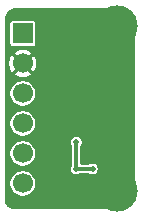
<source format=gbr>
%TF.GenerationSoftware,KiCad,Pcbnew,9.0.4*%
%TF.CreationDate,2025-09-17T09:18:14+02:00*%
%TF.ProjectId,vl53l0_breakout,766c3533-6c30-45f6-9272-65616b6f7574,rev?*%
%TF.SameCoordinates,Original*%
%TF.FileFunction,Copper,L2,Bot*%
%TF.FilePolarity,Positive*%
%FSLAX46Y46*%
G04 Gerber Fmt 4.6, Leading zero omitted, Abs format (unit mm)*
G04 Created by KiCad (PCBNEW 9.0.4) date 2025-09-17 09:18:14*
%MOMM*%
%LPD*%
G01*
G04 APERTURE LIST*
%TA.AperFunction,ComponentPad*%
%ADD10R,1.700000X1.700000*%
%TD*%
%TA.AperFunction,ComponentPad*%
%ADD11C,1.700000*%
%TD*%
%TA.AperFunction,ComponentPad*%
%ADD12C,3.500000*%
%TD*%
%TA.AperFunction,ViaPad*%
%ADD13C,0.500000*%
%TD*%
%TA.AperFunction,Conductor*%
%ADD14C,0.300000*%
%TD*%
G04 APERTURE END LIST*
D10*
%TO.P,J1,1,Pin_1*%
%TO.N,+3.3V*%
X143000000Y-67650000D03*
D11*
%TO.P,J1,2,Pin_2*%
%TO.N,GND*%
X143000000Y-70190000D03*
%TO.P,J1,3,Pin_3*%
%TO.N,/I2C_SCL*%
X143000000Y-72730000D03*
%TO.P,J1,4,Pin_4*%
%TO.N,/I2C_SDA*%
X143000000Y-75270000D03*
%TO.P,J1,5,Pin_5*%
%TO.N,/GPIO1*%
X143000000Y-77810000D03*
%TO.P,J1,6,Pin_6*%
%TO.N,/XSHUT*%
X143000000Y-80350000D03*
%TD*%
D12*
%TO.P,H1,1,1*%
%TO.N,GND*%
X151000000Y-67000000D03*
%TD*%
%TO.P,H2,1,1*%
%TO.N,GND*%
X151000000Y-81000000D03*
%TD*%
D13*
%TO.N,GND*%
X146500000Y-69675000D03*
X150100000Y-73100000D03*
X150300000Y-70500000D03*
X150200000Y-75000000D03*
%TO.N,+3.3V*%
X148900000Y-79100000D03*
X147530829Y-76842000D03*
X147526000Y-79100000D03*
%TD*%
D14*
%TO.N,+3.3V*%
X147530829Y-76842000D02*
X147526000Y-76846829D01*
X148900000Y-79100000D02*
X147526000Y-79100000D01*
X147526000Y-76846829D02*
X147526000Y-79100000D01*
%TD*%
%TA.AperFunction,Conductor*%
%TO.N,GND*%
G36*
X151003522Y-65500752D02*
G01*
X151028505Y-65502538D01*
X151206345Y-65515258D01*
X151220308Y-65517265D01*
X151415549Y-65559737D01*
X151429088Y-65563713D01*
X151616292Y-65633537D01*
X151629118Y-65639394D01*
X151804476Y-65735146D01*
X151816356Y-65742781D01*
X151976294Y-65862509D01*
X151986966Y-65871756D01*
X152128243Y-66013033D01*
X152137493Y-66023709D01*
X152257218Y-66183643D01*
X152264854Y-66195525D01*
X152360602Y-66370875D01*
X152366466Y-66383715D01*
X152436284Y-66570904D01*
X152440264Y-66584457D01*
X152482732Y-66779681D01*
X152484742Y-66793662D01*
X152499248Y-66996476D01*
X152499500Y-67003539D01*
X152499500Y-80996460D01*
X152499248Y-81003523D01*
X152484742Y-81206337D01*
X152482732Y-81220318D01*
X152440264Y-81415542D01*
X152436284Y-81429095D01*
X152366466Y-81616284D01*
X152360598Y-81629133D01*
X152264854Y-81804474D01*
X152257218Y-81816356D01*
X152137493Y-81976290D01*
X152128243Y-81986966D01*
X151986966Y-82128243D01*
X151976290Y-82137493D01*
X151816356Y-82257218D01*
X151804474Y-82264854D01*
X151629133Y-82360598D01*
X151616284Y-82366466D01*
X151429095Y-82436284D01*
X151415542Y-82440264D01*
X151220318Y-82482732D01*
X151206337Y-82484742D01*
X151003523Y-82499248D01*
X150996460Y-82499500D01*
X142204861Y-82499500D01*
X142195157Y-82499023D01*
X142073237Y-82487014D01*
X142054203Y-82483228D01*
X141941645Y-82449084D01*
X141923714Y-82441657D01*
X141819977Y-82386208D01*
X141803841Y-82375426D01*
X141712916Y-82300806D01*
X141699193Y-82287083D01*
X141624573Y-82196158D01*
X141613791Y-82180022D01*
X141558342Y-82076285D01*
X141550915Y-82058354D01*
X141529260Y-81986966D01*
X141516770Y-81945794D01*
X141512985Y-81926762D01*
X141500977Y-81804842D01*
X141500500Y-81795138D01*
X141500500Y-80246532D01*
X141949500Y-80246532D01*
X141949500Y-80453467D01*
X141989869Y-80656418D01*
X142069058Y-80847597D01*
X142170890Y-81000000D01*
X142184023Y-81019655D01*
X142330345Y-81165977D01*
X142502402Y-81280941D01*
X142693580Y-81360130D01*
X142896535Y-81400500D01*
X142896536Y-81400500D01*
X143103464Y-81400500D01*
X143103465Y-81400500D01*
X143306420Y-81360130D01*
X143497598Y-81280941D01*
X143669655Y-81165977D01*
X143815977Y-81019655D01*
X143930941Y-80847598D01*
X144010130Y-80656420D01*
X144050500Y-80453465D01*
X144050500Y-80246535D01*
X144010130Y-80043580D01*
X143930941Y-79852402D01*
X143815977Y-79680345D01*
X143669655Y-79534023D01*
X143669651Y-79534020D01*
X143497597Y-79419058D01*
X143306418Y-79339869D01*
X143103467Y-79299500D01*
X143103465Y-79299500D01*
X142896535Y-79299500D01*
X142896532Y-79299500D01*
X142693581Y-79339869D01*
X142502402Y-79419058D01*
X142330348Y-79534020D01*
X142184020Y-79680348D01*
X142069058Y-79852402D01*
X141989869Y-80043581D01*
X141949500Y-80246532D01*
X141500500Y-80246532D01*
X141500500Y-79040691D01*
X147075500Y-79040691D01*
X147075500Y-79159309D01*
X147102574Y-79260351D01*
X147106202Y-79273890D01*
X147165507Y-79376608D01*
X147165509Y-79376610D01*
X147165511Y-79376613D01*
X147249387Y-79460489D01*
X147249389Y-79460490D01*
X147249391Y-79460492D01*
X147352110Y-79519797D01*
X147352111Y-79519797D01*
X147352114Y-79519799D01*
X147466691Y-79550500D01*
X147466693Y-79550500D01*
X147585307Y-79550500D01*
X147585309Y-79550500D01*
X147699886Y-79519799D01*
X147699888Y-79519797D01*
X147699890Y-79519797D01*
X147796942Y-79463764D01*
X147846442Y-79450500D01*
X148579558Y-79450500D01*
X148629058Y-79463764D01*
X148726110Y-79519797D01*
X148726111Y-79519797D01*
X148726114Y-79519799D01*
X148840691Y-79550500D01*
X148840693Y-79550500D01*
X148959307Y-79550500D01*
X148959309Y-79550500D01*
X149073886Y-79519799D01*
X149073888Y-79519797D01*
X149073890Y-79519797D01*
X149176608Y-79460492D01*
X149176608Y-79460491D01*
X149176613Y-79460489D01*
X149260489Y-79376613D01*
X149281703Y-79339870D01*
X149319797Y-79273890D01*
X149319797Y-79273888D01*
X149319799Y-79273886D01*
X149350500Y-79159309D01*
X149350500Y-79040691D01*
X149319799Y-78926114D01*
X149319797Y-78926111D01*
X149319797Y-78926109D01*
X149260492Y-78823391D01*
X149260490Y-78823389D01*
X149260489Y-78823387D01*
X149176613Y-78739511D01*
X149176610Y-78739509D01*
X149176608Y-78739507D01*
X149073889Y-78680202D01*
X149073890Y-78680202D01*
X149060351Y-78676574D01*
X148959309Y-78649500D01*
X148840691Y-78649500D01*
X148770567Y-78668289D01*
X148726109Y-78680202D01*
X148629058Y-78736236D01*
X148579558Y-78749500D01*
X147975500Y-78749500D01*
X147917309Y-78730593D01*
X147881345Y-78681093D01*
X147876500Y-78650500D01*
X147876500Y-77170805D01*
X147889764Y-77121304D01*
X147899422Y-77104576D01*
X147950628Y-77015886D01*
X147981329Y-76901309D01*
X147981329Y-76782691D01*
X147950628Y-76668114D01*
X147950626Y-76668111D01*
X147950626Y-76668109D01*
X147891321Y-76565391D01*
X147891319Y-76565389D01*
X147891318Y-76565387D01*
X147807442Y-76481511D01*
X147807439Y-76481509D01*
X147807437Y-76481507D01*
X147704718Y-76422202D01*
X147704719Y-76422202D01*
X147691180Y-76418574D01*
X147590138Y-76391500D01*
X147471520Y-76391500D01*
X147401396Y-76410289D01*
X147356938Y-76422202D01*
X147254220Y-76481507D01*
X147170336Y-76565391D01*
X147111031Y-76668109D01*
X147111030Y-76668114D01*
X147080329Y-76782691D01*
X147080329Y-76901309D01*
X147105171Y-76994020D01*
X147111031Y-77015888D01*
X147162236Y-77104576D01*
X147175500Y-77154077D01*
X147175500Y-78779558D01*
X147162236Y-78829058D01*
X147106202Y-78926109D01*
X147106201Y-78926114D01*
X147075500Y-79040691D01*
X141500500Y-79040691D01*
X141500500Y-77706532D01*
X141949500Y-77706532D01*
X141949500Y-77913467D01*
X141989869Y-78116418D01*
X142069058Y-78307597D01*
X142069059Y-78307598D01*
X142184023Y-78479655D01*
X142330345Y-78625977D01*
X142502402Y-78740941D01*
X142693580Y-78820130D01*
X142896535Y-78860500D01*
X142896536Y-78860500D01*
X143103464Y-78860500D01*
X143103465Y-78860500D01*
X143306420Y-78820130D01*
X143497598Y-78740941D01*
X143669655Y-78625977D01*
X143815977Y-78479655D01*
X143930941Y-78307598D01*
X144010130Y-78116420D01*
X144050500Y-77913465D01*
X144050500Y-77706535D01*
X144010130Y-77503580D01*
X143930941Y-77312402D01*
X143815977Y-77140345D01*
X143669655Y-76994023D01*
X143497598Y-76879059D01*
X143497599Y-76879059D01*
X143497597Y-76879058D01*
X143306418Y-76799869D01*
X143103467Y-76759500D01*
X143103465Y-76759500D01*
X142896535Y-76759500D01*
X142896532Y-76759500D01*
X142693581Y-76799869D01*
X142502402Y-76879058D01*
X142330348Y-76994020D01*
X142184020Y-77140348D01*
X142069058Y-77312402D01*
X141989869Y-77503581D01*
X141949500Y-77706532D01*
X141500500Y-77706532D01*
X141500500Y-75166532D01*
X141949500Y-75166532D01*
X141949500Y-75373467D01*
X141989869Y-75576418D01*
X142069058Y-75767597D01*
X142069059Y-75767598D01*
X142184023Y-75939655D01*
X142330345Y-76085977D01*
X142502402Y-76200941D01*
X142693580Y-76280130D01*
X142896535Y-76320500D01*
X142896536Y-76320500D01*
X143103464Y-76320500D01*
X143103465Y-76320500D01*
X143306420Y-76280130D01*
X143497598Y-76200941D01*
X143669655Y-76085977D01*
X143815977Y-75939655D01*
X143930941Y-75767598D01*
X144010130Y-75576420D01*
X144050500Y-75373465D01*
X144050500Y-75166535D01*
X144010130Y-74963580D01*
X143930941Y-74772402D01*
X143815977Y-74600345D01*
X143669655Y-74454023D01*
X143497598Y-74339059D01*
X143497599Y-74339059D01*
X143497597Y-74339058D01*
X143306418Y-74259869D01*
X143103467Y-74219500D01*
X143103465Y-74219500D01*
X142896535Y-74219500D01*
X142896532Y-74219500D01*
X142693581Y-74259869D01*
X142502402Y-74339058D01*
X142330348Y-74454020D01*
X142184020Y-74600348D01*
X142069058Y-74772402D01*
X141989869Y-74963581D01*
X141949500Y-75166532D01*
X141500500Y-75166532D01*
X141500500Y-72626532D01*
X141949500Y-72626532D01*
X141949500Y-72833467D01*
X141989869Y-73036418D01*
X142069058Y-73227597D01*
X142069059Y-73227598D01*
X142184023Y-73399655D01*
X142330345Y-73545977D01*
X142502402Y-73660941D01*
X142693580Y-73740130D01*
X142896535Y-73780500D01*
X142896536Y-73780500D01*
X143103464Y-73780500D01*
X143103465Y-73780500D01*
X143306420Y-73740130D01*
X143497598Y-73660941D01*
X143669655Y-73545977D01*
X143815977Y-73399655D01*
X143930941Y-73227598D01*
X144010130Y-73036420D01*
X144050500Y-72833465D01*
X144050500Y-72626535D01*
X144010130Y-72423580D01*
X143930941Y-72232402D01*
X143815977Y-72060345D01*
X143669655Y-71914023D01*
X143497598Y-71799059D01*
X143497599Y-71799059D01*
X143497597Y-71799058D01*
X143306418Y-71719869D01*
X143103467Y-71679500D01*
X143103465Y-71679500D01*
X142896535Y-71679500D01*
X142896532Y-71679500D01*
X142693581Y-71719869D01*
X142502402Y-71799058D01*
X142330348Y-71914020D01*
X142184020Y-72060348D01*
X142069058Y-72232402D01*
X141989869Y-72423581D01*
X141949500Y-72626532D01*
X141500500Y-72626532D01*
X141500500Y-70099489D01*
X141850000Y-70099489D01*
X141850000Y-70280510D01*
X141878316Y-70459289D01*
X141934250Y-70631440D01*
X142016430Y-70792728D01*
X142087424Y-70890442D01*
X142556328Y-70421536D01*
X142599901Y-70497007D01*
X142692993Y-70590099D01*
X142768460Y-70633670D01*
X142299556Y-71102574D01*
X142299556Y-71102575D01*
X142397263Y-71173564D01*
X142397269Y-71173568D01*
X142558559Y-71255749D01*
X142730710Y-71311683D01*
X142909490Y-71340000D01*
X143090510Y-71340000D01*
X143269289Y-71311683D01*
X143441440Y-71255749D01*
X143602730Y-71173568D01*
X143602735Y-71173564D01*
X143700442Y-71102575D01*
X143700442Y-71102574D01*
X143231538Y-70633670D01*
X143307007Y-70590099D01*
X143400099Y-70497007D01*
X143443670Y-70421538D01*
X143912574Y-70890442D01*
X143912575Y-70890442D01*
X143983564Y-70792735D01*
X143983568Y-70792730D01*
X144065749Y-70631440D01*
X144121683Y-70459289D01*
X144150000Y-70280510D01*
X144150000Y-70099489D01*
X144121683Y-69920710D01*
X144065749Y-69748559D01*
X143983568Y-69587269D01*
X143983564Y-69587263D01*
X143912575Y-69489556D01*
X143912574Y-69489556D01*
X143443670Y-69958460D01*
X143400099Y-69882993D01*
X143307007Y-69789901D01*
X143231536Y-69746328D01*
X143700442Y-69277424D01*
X143602728Y-69206430D01*
X143441440Y-69124250D01*
X143269289Y-69068316D01*
X143090510Y-69040000D01*
X142909490Y-69040000D01*
X142730710Y-69068316D01*
X142558559Y-69124250D01*
X142397269Y-69206431D01*
X142397265Y-69206433D01*
X142299556Y-69277423D01*
X142768461Y-69746328D01*
X142692993Y-69789901D01*
X142599901Y-69882993D01*
X142556328Y-69958461D01*
X142087423Y-69489556D01*
X142016433Y-69587265D01*
X142016431Y-69587269D01*
X141934250Y-69748559D01*
X141878316Y-69920710D01*
X141850000Y-70099489D01*
X141500500Y-70099489D01*
X141500500Y-66780253D01*
X141949500Y-66780253D01*
X141949500Y-68519746D01*
X141949501Y-68519758D01*
X141961132Y-68578227D01*
X141961133Y-68578231D01*
X142005448Y-68644552D01*
X142071769Y-68688867D01*
X142116231Y-68697711D01*
X142130241Y-68700498D01*
X142130246Y-68700498D01*
X142130252Y-68700500D01*
X142130253Y-68700500D01*
X143869747Y-68700500D01*
X143869748Y-68700500D01*
X143928231Y-68688867D01*
X143994552Y-68644552D01*
X144038867Y-68578231D01*
X144050500Y-68519748D01*
X144050500Y-66780252D01*
X144050386Y-66779681D01*
X144047711Y-66766231D01*
X144038867Y-66721769D01*
X143994552Y-66655448D01*
X143994548Y-66655445D01*
X143928233Y-66611134D01*
X143928231Y-66611133D01*
X143928228Y-66611132D01*
X143928227Y-66611132D01*
X143869758Y-66599501D01*
X143869748Y-66599500D01*
X142130252Y-66599500D01*
X142130251Y-66599500D01*
X142130241Y-66599501D01*
X142071772Y-66611132D01*
X142071766Y-66611134D01*
X142005451Y-66655445D01*
X142005445Y-66655451D01*
X141961134Y-66721766D01*
X141961132Y-66721772D01*
X141949501Y-66780241D01*
X141949500Y-66780253D01*
X141500500Y-66780253D01*
X141500500Y-66404861D01*
X141500977Y-66395157D01*
X141502757Y-66377085D01*
X141516828Y-66234215D01*
X141520614Y-66215185D01*
X141528464Y-66189309D01*
X141566139Y-66065106D01*
X141573566Y-66047178D01*
X141647497Y-65908863D01*
X141658274Y-65892732D01*
X141757774Y-65771490D01*
X141771490Y-65757774D01*
X141892732Y-65658274D01*
X141908863Y-65647497D01*
X141930360Y-65636007D01*
X142047178Y-65573566D01*
X142065106Y-65566139D01*
X142215189Y-65520613D01*
X142234215Y-65516828D01*
X142395157Y-65500976D01*
X142404861Y-65500500D01*
X142465892Y-65500500D01*
X150934108Y-65500500D01*
X150996460Y-65500500D01*
X151003522Y-65500752D01*
G37*
%TD.AperFunction*%
%TD*%
M02*

</source>
